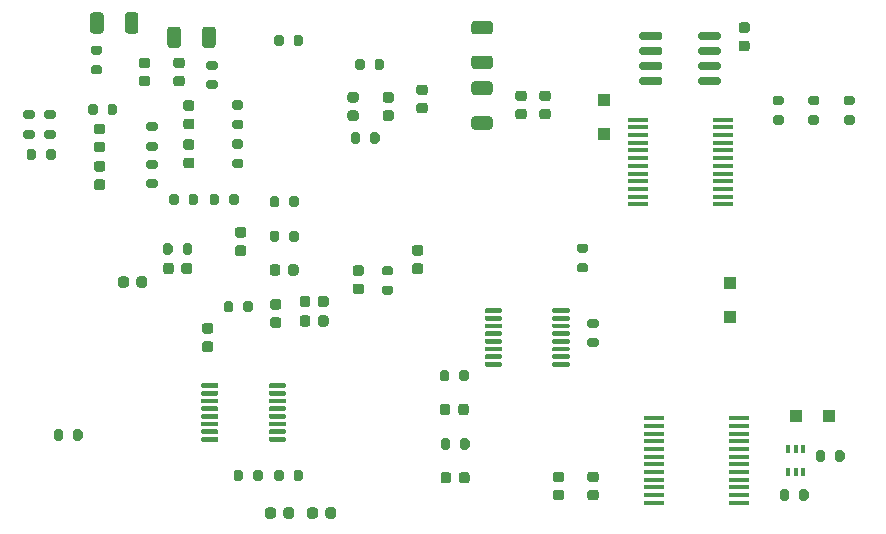
<source format=gbp>
G04 #@! TF.GenerationSoftware,KiCad,Pcbnew,(5.1.9-0-10_14)*
G04 #@! TF.CreationDate,2021-07-02T21:32:49-05:00*
G04 #@! TF.ProjectId,bath_clamp_v1,62617468-5f63-46c6-916d-705f76312e6b,rev?*
G04 #@! TF.SameCoordinates,Original*
G04 #@! TF.FileFunction,Paste,Bot*
G04 #@! TF.FilePolarity,Positive*
%FSLAX46Y46*%
G04 Gerber Fmt 4.6, Leading zero omitted, Abs format (unit mm)*
G04 Created by KiCad (PCBNEW (5.1.9-0-10_14)) date 2021-07-02 21:32:49*
%MOMM*%
%LPD*%
G01*
G04 APERTURE LIST*
%ADD10R,1.100000X1.100000*%
%ADD11R,0.400000X0.650000*%
%ADD12R,1.750000X0.450000*%
G04 APERTURE END LIST*
G36*
G01*
X64151700Y42778800D02*
X64651700Y42778800D01*
G75*
G02*
X64876700Y42553800I0J-225000D01*
G01*
X64876700Y42103800D01*
G75*
G02*
X64651700Y41878800I-225000J0D01*
G01*
X64151700Y41878800D01*
G75*
G02*
X63926700Y42103800I0J225000D01*
G01*
X63926700Y42553800D01*
G75*
G02*
X64151700Y42778800I225000J0D01*
G01*
G37*
G36*
G01*
X64151700Y44328800D02*
X64651700Y44328800D01*
G75*
G02*
X64876700Y44103800I0J-225000D01*
G01*
X64876700Y43653800D01*
G75*
G02*
X64651700Y43428800I-225000J0D01*
G01*
X64151700Y43428800D01*
G75*
G02*
X63926700Y43653800I0J225000D01*
G01*
X63926700Y44103800D01*
G75*
G02*
X64151700Y44328800I225000J0D01*
G01*
G37*
G36*
G01*
X19629800Y40290300D02*
X19079800Y40290300D01*
G75*
G02*
X18879800Y40490300I0J200000D01*
G01*
X18879800Y40890300D01*
G75*
G02*
X19079800Y41090300I200000J0D01*
G01*
X19629800Y41090300D01*
G75*
G02*
X19829800Y40890300I0J-200000D01*
G01*
X19829800Y40490300D01*
G75*
G02*
X19629800Y40290300I-200000J0D01*
G01*
G37*
G36*
G01*
X19629800Y38640300D02*
X19079800Y38640300D01*
G75*
G02*
X18879800Y38840300I0J200000D01*
G01*
X18879800Y39240300D01*
G75*
G02*
X19079800Y39440300I200000J0D01*
G01*
X19629800Y39440300D01*
G75*
G02*
X19829800Y39240300I0J-200000D01*
G01*
X19829800Y38840300D01*
G75*
G02*
X19629800Y38640300I-200000J0D01*
G01*
G37*
G36*
G01*
X16714900Y43715701D02*
X16714900Y42415699D01*
G75*
G02*
X16464901Y42165700I-249999J0D01*
G01*
X15814899Y42165700D01*
G75*
G02*
X15564900Y42415699I0J249999D01*
G01*
X15564900Y43715701D01*
G75*
G02*
X15814899Y43965700I249999J0D01*
G01*
X16464901Y43965700D01*
G75*
G02*
X16714900Y43715701I0J-249999D01*
G01*
G37*
G36*
G01*
X19664900Y43715701D02*
X19664900Y42415699D01*
G75*
G02*
X19414901Y42165700I-249999J0D01*
G01*
X18764899Y42165700D01*
G75*
G02*
X18514900Y42415699I0J249999D01*
G01*
X18514900Y43715701D01*
G75*
G02*
X18764899Y43965700I249999J0D01*
G01*
X19414901Y43965700D01*
G75*
G02*
X19664900Y43715701I0J-249999D01*
G01*
G37*
G36*
G01*
X10174400Y44922201D02*
X10174400Y43622199D01*
G75*
G02*
X9924401Y43372200I-249999J0D01*
G01*
X9274399Y43372200D01*
G75*
G02*
X9024400Y43622199I0J249999D01*
G01*
X9024400Y44922201D01*
G75*
G02*
X9274399Y45172200I249999J0D01*
G01*
X9924401Y45172200D01*
G75*
G02*
X10174400Y44922201I0J-249999D01*
G01*
G37*
G36*
G01*
X13124400Y44922201D02*
X13124400Y43622199D01*
G75*
G02*
X12874401Y43372200I-249999J0D01*
G01*
X12224399Y43372200D01*
G75*
G02*
X11974400Y43622199I0J249999D01*
G01*
X11974400Y44922201D01*
G75*
G02*
X12224399Y45172200I249999J0D01*
G01*
X12874401Y45172200D01*
G75*
G02*
X13124400Y44922201I0J-249999D01*
G01*
G37*
G36*
G01*
X48149800Y15265300D02*
X48149800Y15465300D01*
G75*
G02*
X48249800Y15565300I100000J0D01*
G01*
X49524800Y15565300D01*
G75*
G02*
X49624800Y15465300I0J-100000D01*
G01*
X49624800Y15265300D01*
G75*
G02*
X49524800Y15165300I-100000J0D01*
G01*
X48249800Y15165300D01*
G75*
G02*
X48149800Y15265300I0J100000D01*
G01*
G37*
G36*
G01*
X48149800Y15915300D02*
X48149800Y16115300D01*
G75*
G02*
X48249800Y16215300I100000J0D01*
G01*
X49524800Y16215300D01*
G75*
G02*
X49624800Y16115300I0J-100000D01*
G01*
X49624800Y15915300D01*
G75*
G02*
X49524800Y15815300I-100000J0D01*
G01*
X48249800Y15815300D01*
G75*
G02*
X48149800Y15915300I0J100000D01*
G01*
G37*
G36*
G01*
X48149800Y16565300D02*
X48149800Y16765300D01*
G75*
G02*
X48249800Y16865300I100000J0D01*
G01*
X49524800Y16865300D01*
G75*
G02*
X49624800Y16765300I0J-100000D01*
G01*
X49624800Y16565300D01*
G75*
G02*
X49524800Y16465300I-100000J0D01*
G01*
X48249800Y16465300D01*
G75*
G02*
X48149800Y16565300I0J100000D01*
G01*
G37*
G36*
G01*
X48149800Y17215300D02*
X48149800Y17415300D01*
G75*
G02*
X48249800Y17515300I100000J0D01*
G01*
X49524800Y17515300D01*
G75*
G02*
X49624800Y17415300I0J-100000D01*
G01*
X49624800Y17215300D01*
G75*
G02*
X49524800Y17115300I-100000J0D01*
G01*
X48249800Y17115300D01*
G75*
G02*
X48149800Y17215300I0J100000D01*
G01*
G37*
G36*
G01*
X48149800Y17865300D02*
X48149800Y18065300D01*
G75*
G02*
X48249800Y18165300I100000J0D01*
G01*
X49524800Y18165300D01*
G75*
G02*
X49624800Y18065300I0J-100000D01*
G01*
X49624800Y17865300D01*
G75*
G02*
X49524800Y17765300I-100000J0D01*
G01*
X48249800Y17765300D01*
G75*
G02*
X48149800Y17865300I0J100000D01*
G01*
G37*
G36*
G01*
X48149800Y18515300D02*
X48149800Y18715300D01*
G75*
G02*
X48249800Y18815300I100000J0D01*
G01*
X49524800Y18815300D01*
G75*
G02*
X49624800Y18715300I0J-100000D01*
G01*
X49624800Y18515300D01*
G75*
G02*
X49524800Y18415300I-100000J0D01*
G01*
X48249800Y18415300D01*
G75*
G02*
X48149800Y18515300I0J100000D01*
G01*
G37*
G36*
G01*
X48149800Y19165300D02*
X48149800Y19365300D01*
G75*
G02*
X48249800Y19465300I100000J0D01*
G01*
X49524800Y19465300D01*
G75*
G02*
X49624800Y19365300I0J-100000D01*
G01*
X49624800Y19165300D01*
G75*
G02*
X49524800Y19065300I-100000J0D01*
G01*
X48249800Y19065300D01*
G75*
G02*
X48149800Y19165300I0J100000D01*
G01*
G37*
G36*
G01*
X48149800Y19815300D02*
X48149800Y20015300D01*
G75*
G02*
X48249800Y20115300I100000J0D01*
G01*
X49524800Y20115300D01*
G75*
G02*
X49624800Y20015300I0J-100000D01*
G01*
X49624800Y19815300D01*
G75*
G02*
X49524800Y19715300I-100000J0D01*
G01*
X48249800Y19715300D01*
G75*
G02*
X48149800Y19815300I0J100000D01*
G01*
G37*
G36*
G01*
X42424800Y19815300D02*
X42424800Y20015300D01*
G75*
G02*
X42524800Y20115300I100000J0D01*
G01*
X43799800Y20115300D01*
G75*
G02*
X43899800Y20015300I0J-100000D01*
G01*
X43899800Y19815300D01*
G75*
G02*
X43799800Y19715300I-100000J0D01*
G01*
X42524800Y19715300D01*
G75*
G02*
X42424800Y19815300I0J100000D01*
G01*
G37*
G36*
G01*
X42424800Y19165300D02*
X42424800Y19365300D01*
G75*
G02*
X42524800Y19465300I100000J0D01*
G01*
X43799800Y19465300D01*
G75*
G02*
X43899800Y19365300I0J-100000D01*
G01*
X43899800Y19165300D01*
G75*
G02*
X43799800Y19065300I-100000J0D01*
G01*
X42524800Y19065300D01*
G75*
G02*
X42424800Y19165300I0J100000D01*
G01*
G37*
G36*
G01*
X42424800Y18515300D02*
X42424800Y18715300D01*
G75*
G02*
X42524800Y18815300I100000J0D01*
G01*
X43799800Y18815300D01*
G75*
G02*
X43899800Y18715300I0J-100000D01*
G01*
X43899800Y18515300D01*
G75*
G02*
X43799800Y18415300I-100000J0D01*
G01*
X42524800Y18415300D01*
G75*
G02*
X42424800Y18515300I0J100000D01*
G01*
G37*
G36*
G01*
X42424800Y17865300D02*
X42424800Y18065300D01*
G75*
G02*
X42524800Y18165300I100000J0D01*
G01*
X43799800Y18165300D01*
G75*
G02*
X43899800Y18065300I0J-100000D01*
G01*
X43899800Y17865300D01*
G75*
G02*
X43799800Y17765300I-100000J0D01*
G01*
X42524800Y17765300D01*
G75*
G02*
X42424800Y17865300I0J100000D01*
G01*
G37*
G36*
G01*
X42424800Y17215300D02*
X42424800Y17415300D01*
G75*
G02*
X42524800Y17515300I100000J0D01*
G01*
X43799800Y17515300D01*
G75*
G02*
X43899800Y17415300I0J-100000D01*
G01*
X43899800Y17215300D01*
G75*
G02*
X43799800Y17115300I-100000J0D01*
G01*
X42524800Y17115300D01*
G75*
G02*
X42424800Y17215300I0J100000D01*
G01*
G37*
G36*
G01*
X42424800Y16565300D02*
X42424800Y16765300D01*
G75*
G02*
X42524800Y16865300I100000J0D01*
G01*
X43799800Y16865300D01*
G75*
G02*
X43899800Y16765300I0J-100000D01*
G01*
X43899800Y16565300D01*
G75*
G02*
X43799800Y16465300I-100000J0D01*
G01*
X42524800Y16465300D01*
G75*
G02*
X42424800Y16565300I0J100000D01*
G01*
G37*
G36*
G01*
X42424800Y15915300D02*
X42424800Y16115300D01*
G75*
G02*
X42524800Y16215300I100000J0D01*
G01*
X43799800Y16215300D01*
G75*
G02*
X43899800Y16115300I0J-100000D01*
G01*
X43899800Y15915300D01*
G75*
G02*
X43799800Y15815300I-100000J0D01*
G01*
X42524800Y15815300D01*
G75*
G02*
X42424800Y15915300I0J100000D01*
G01*
G37*
G36*
G01*
X42424800Y15265300D02*
X42424800Y15465300D01*
G75*
G02*
X42524800Y15565300I100000J0D01*
G01*
X43799800Y15565300D01*
G75*
G02*
X43899800Y15465300I0J-100000D01*
G01*
X43899800Y15265300D01*
G75*
G02*
X43799800Y15165300I-100000J0D01*
G01*
X42524800Y15165300D01*
G75*
G02*
X42424800Y15265300I0J100000D01*
G01*
G37*
G36*
G01*
X34488800Y22891300D02*
X33938800Y22891300D01*
G75*
G02*
X33738800Y23091300I0J200000D01*
G01*
X33738800Y23491300D01*
G75*
G02*
X33938800Y23691300I200000J0D01*
G01*
X34488800Y23691300D01*
G75*
G02*
X34688800Y23491300I0J-200000D01*
G01*
X34688800Y23091300D01*
G75*
G02*
X34488800Y22891300I-200000J0D01*
G01*
G37*
G36*
G01*
X34488800Y21241300D02*
X33938800Y21241300D01*
G75*
G02*
X33738800Y21441300I0J200000D01*
G01*
X33738800Y21841300D01*
G75*
G02*
X33938800Y22041300I200000J0D01*
G01*
X34488800Y22041300D01*
G75*
G02*
X34688800Y21841300I0J-200000D01*
G01*
X34688800Y21441300D01*
G75*
G02*
X34488800Y21241300I-200000J0D01*
G01*
G37*
G36*
G01*
X50998800Y24796300D02*
X50448800Y24796300D01*
G75*
G02*
X50248800Y24996300I0J200000D01*
G01*
X50248800Y25396300D01*
G75*
G02*
X50448800Y25596300I200000J0D01*
G01*
X50998800Y25596300D01*
G75*
G02*
X51198800Y25396300I0J-200000D01*
G01*
X51198800Y24996300D01*
G75*
G02*
X50998800Y24796300I-200000J0D01*
G01*
G37*
G36*
G01*
X50998800Y23146300D02*
X50448800Y23146300D01*
G75*
G02*
X50248800Y23346300I0J200000D01*
G01*
X50248800Y23746300D01*
G75*
G02*
X50448800Y23946300I200000J0D01*
G01*
X50998800Y23946300D01*
G75*
G02*
X51198800Y23746300I0J-200000D01*
G01*
X51198800Y23346300D01*
G75*
G02*
X50998800Y23146300I-200000J0D01*
G01*
G37*
G36*
G01*
X21152300Y20518800D02*
X21152300Y19968800D01*
G75*
G02*
X20952300Y19768800I-200000J0D01*
G01*
X20552300Y19768800D01*
G75*
G02*
X20352300Y19968800I0J200000D01*
G01*
X20352300Y20518800D01*
G75*
G02*
X20552300Y20718800I200000J0D01*
G01*
X20952300Y20718800D01*
G75*
G02*
X21152300Y20518800I0J-200000D01*
G01*
G37*
G36*
G01*
X22802300Y20518800D02*
X22802300Y19968800D01*
G75*
G02*
X22602300Y19768800I-200000J0D01*
G01*
X22202300Y19768800D01*
G75*
G02*
X22002300Y19968800I0J200000D01*
G01*
X22002300Y20518800D01*
G75*
G02*
X22202300Y20718800I200000J0D01*
G01*
X22602300Y20718800D01*
G75*
G02*
X22802300Y20518800I0J-200000D01*
G01*
G37*
G36*
G01*
X25875800Y25937800D02*
X25875800Y26487800D01*
G75*
G02*
X26075800Y26687800I200000J0D01*
G01*
X26475800Y26687800D01*
G75*
G02*
X26675800Y26487800I0J-200000D01*
G01*
X26675800Y25937800D01*
G75*
G02*
X26475800Y25737800I-200000J0D01*
G01*
X26075800Y25737800D01*
G75*
G02*
X25875800Y25937800I0J200000D01*
G01*
G37*
G36*
G01*
X24225800Y25937800D02*
X24225800Y26487800D01*
G75*
G02*
X24425800Y26687800I200000J0D01*
G01*
X24825800Y26687800D01*
G75*
G02*
X25025800Y26487800I0J-200000D01*
G01*
X25025800Y25937800D01*
G75*
G02*
X24825800Y25737800I-200000J0D01*
G01*
X24425800Y25737800D01*
G75*
G02*
X24225800Y25937800I0J200000D01*
G01*
G37*
G36*
G01*
X17366800Y29049300D02*
X17366800Y29599300D01*
G75*
G02*
X17566800Y29799300I200000J0D01*
G01*
X17966800Y29799300D01*
G75*
G02*
X18166800Y29599300I0J-200000D01*
G01*
X18166800Y29049300D01*
G75*
G02*
X17966800Y28849300I-200000J0D01*
G01*
X17566800Y28849300D01*
G75*
G02*
X17366800Y29049300I0J200000D01*
G01*
G37*
G36*
G01*
X15716800Y29049300D02*
X15716800Y29599300D01*
G75*
G02*
X15916800Y29799300I200000J0D01*
G01*
X16316800Y29799300D01*
G75*
G02*
X16516800Y29599300I0J-200000D01*
G01*
X16516800Y29049300D01*
G75*
G02*
X16316800Y28849300I-200000J0D01*
G01*
X15916800Y28849300D01*
G75*
G02*
X15716800Y29049300I0J200000D01*
G01*
G37*
G36*
G01*
X71253800Y7882300D02*
X71253800Y7332300D01*
G75*
G02*
X71053800Y7132300I-200000J0D01*
G01*
X70653800Y7132300D01*
G75*
G02*
X70453800Y7332300I0J200000D01*
G01*
X70453800Y7882300D01*
G75*
G02*
X70653800Y8082300I200000J0D01*
G01*
X71053800Y8082300D01*
G75*
G02*
X71253800Y7882300I0J-200000D01*
G01*
G37*
G36*
G01*
X72903800Y7882300D02*
X72903800Y7332300D01*
G75*
G02*
X72703800Y7132300I-200000J0D01*
G01*
X72303800Y7132300D01*
G75*
G02*
X72103800Y7332300I0J200000D01*
G01*
X72103800Y7882300D01*
G75*
G02*
X72303800Y8082300I200000J0D01*
G01*
X72703800Y8082300D01*
G75*
G02*
X72903800Y7882300I0J-200000D01*
G01*
G37*
D10*
X52501800Y34909300D03*
X52501800Y37709300D03*
X63169800Y19415300D03*
X63169800Y22215300D03*
X68757800Y11036300D03*
X71557800Y11036300D03*
G36*
G01*
X7587800Y9110300D02*
X7587800Y9660300D01*
G75*
G02*
X7787800Y9860300I200000J0D01*
G01*
X8187800Y9860300D01*
G75*
G02*
X8387800Y9660300I0J-200000D01*
G01*
X8387800Y9110300D01*
G75*
G02*
X8187800Y8910300I-200000J0D01*
G01*
X7787800Y8910300D01*
G75*
G02*
X7587800Y9110300I0J200000D01*
G01*
G37*
G36*
G01*
X5937800Y9110300D02*
X5937800Y9660300D01*
G75*
G02*
X6137800Y9860300I200000J0D01*
G01*
X6537800Y9860300D01*
G75*
G02*
X6737800Y9660300I0J-200000D01*
G01*
X6737800Y9110300D01*
G75*
G02*
X6537800Y8910300I-200000J0D01*
G01*
X6137800Y8910300D01*
G75*
G02*
X5937800Y9110300I0J200000D01*
G01*
G37*
G36*
G01*
X26256800Y42511300D02*
X26256800Y43061300D01*
G75*
G02*
X26456800Y43261300I200000J0D01*
G01*
X26856800Y43261300D01*
G75*
G02*
X27056800Y43061300I0J-200000D01*
G01*
X27056800Y42511300D01*
G75*
G02*
X26856800Y42311300I-200000J0D01*
G01*
X26456800Y42311300D01*
G75*
G02*
X26256800Y42511300I0J200000D01*
G01*
G37*
G36*
G01*
X24606800Y42511300D02*
X24606800Y43061300D01*
G75*
G02*
X24806800Y43261300I200000J0D01*
G01*
X25206800Y43261300D01*
G75*
G02*
X25406800Y43061300I0J-200000D01*
G01*
X25406800Y42511300D01*
G75*
G02*
X25206800Y42311300I-200000J0D01*
G01*
X24806800Y42311300D01*
G75*
G02*
X24606800Y42511300I0J200000D01*
G01*
G37*
G36*
G01*
X20795800Y29049300D02*
X20795800Y29599300D01*
G75*
G02*
X20995800Y29799300I200000J0D01*
G01*
X21395800Y29799300D01*
G75*
G02*
X21595800Y29599300I0J-200000D01*
G01*
X21595800Y29049300D01*
G75*
G02*
X21395800Y28849300I-200000J0D01*
G01*
X20995800Y28849300D01*
G75*
G02*
X20795800Y29049300I0J200000D01*
G01*
G37*
G36*
G01*
X19145800Y29049300D02*
X19145800Y29599300D01*
G75*
G02*
X19345800Y29799300I200000J0D01*
G01*
X19745800Y29799300D01*
G75*
G02*
X19945800Y29599300I0J-200000D01*
G01*
X19945800Y29049300D01*
G75*
G02*
X19745800Y28849300I-200000J0D01*
G01*
X19345800Y28849300D01*
G75*
G02*
X19145800Y29049300I0J200000D01*
G01*
G37*
G36*
G01*
X25875800Y28858800D02*
X25875800Y29408800D01*
G75*
G02*
X26075800Y29608800I200000J0D01*
G01*
X26475800Y29608800D01*
G75*
G02*
X26675800Y29408800I0J-200000D01*
G01*
X26675800Y28858800D01*
G75*
G02*
X26475800Y28658800I-200000J0D01*
G01*
X26075800Y28658800D01*
G75*
G02*
X25875800Y28858800I0J200000D01*
G01*
G37*
G36*
G01*
X24225800Y28858800D02*
X24225800Y29408800D01*
G75*
G02*
X24425800Y29608800I200000J0D01*
G01*
X24825800Y29608800D01*
G75*
G02*
X25025800Y29408800I0J-200000D01*
G01*
X25025800Y28858800D01*
G75*
G02*
X24825800Y28658800I-200000J0D01*
G01*
X24425800Y28658800D01*
G75*
G02*
X24225800Y28858800I0J200000D01*
G01*
G37*
G36*
G01*
X40353800Y8348300D02*
X40353800Y8898300D01*
G75*
G02*
X40553800Y9098300I200000J0D01*
G01*
X40953800Y9098300D01*
G75*
G02*
X41153800Y8898300I0J-200000D01*
G01*
X41153800Y8348300D01*
G75*
G02*
X40953800Y8148300I-200000J0D01*
G01*
X40553800Y8148300D01*
G75*
G02*
X40353800Y8348300I0J200000D01*
G01*
G37*
G36*
G01*
X38703800Y8348300D02*
X38703800Y8898300D01*
G75*
G02*
X38903800Y9098300I200000J0D01*
G01*
X39303800Y9098300D01*
G75*
G02*
X39503800Y8898300I0J-200000D01*
G01*
X39503800Y8348300D01*
G75*
G02*
X39303800Y8148300I-200000J0D01*
G01*
X38903800Y8148300D01*
G75*
G02*
X38703800Y8348300I0J200000D01*
G01*
G37*
G36*
G01*
X68205800Y4580300D02*
X68205800Y4030300D01*
G75*
G02*
X68005800Y3830300I-200000J0D01*
G01*
X67605800Y3830300D01*
G75*
G02*
X67405800Y4030300I0J200000D01*
G01*
X67405800Y4580300D01*
G75*
G02*
X67605800Y4780300I200000J0D01*
G01*
X68005800Y4780300D01*
G75*
G02*
X68205800Y4580300I0J-200000D01*
G01*
G37*
G36*
G01*
X69855800Y4580300D02*
X69855800Y4030300D01*
G75*
G02*
X69655800Y3830300I-200000J0D01*
G01*
X69255800Y3830300D01*
G75*
G02*
X69055800Y4030300I0J200000D01*
G01*
X69055800Y4580300D01*
G75*
G02*
X69255800Y4780300I200000J0D01*
G01*
X69655800Y4780300D01*
G75*
G02*
X69855800Y4580300I0J-200000D01*
G01*
G37*
G36*
G01*
X22827800Y5681300D02*
X22827800Y6231300D01*
G75*
G02*
X23027800Y6431300I200000J0D01*
G01*
X23427800Y6431300D01*
G75*
G02*
X23627800Y6231300I0J-200000D01*
G01*
X23627800Y5681300D01*
G75*
G02*
X23427800Y5481300I-200000J0D01*
G01*
X23027800Y5481300D01*
G75*
G02*
X22827800Y5681300I0J200000D01*
G01*
G37*
G36*
G01*
X21177800Y5681300D02*
X21177800Y6231300D01*
G75*
G02*
X21377800Y6431300I200000J0D01*
G01*
X21777800Y6431300D01*
G75*
G02*
X21977800Y6231300I0J-200000D01*
G01*
X21977800Y5681300D01*
G75*
G02*
X21777800Y5481300I-200000J0D01*
G01*
X21377800Y5481300D01*
G75*
G02*
X21177800Y5681300I0J200000D01*
G01*
G37*
G36*
G01*
X51887800Y18446300D02*
X51337800Y18446300D01*
G75*
G02*
X51137800Y18646300I0J200000D01*
G01*
X51137800Y19046300D01*
G75*
G02*
X51337800Y19246300I200000J0D01*
G01*
X51887800Y19246300D01*
G75*
G02*
X52087800Y19046300I0J-200000D01*
G01*
X52087800Y18646300D01*
G75*
G02*
X51887800Y18446300I-200000J0D01*
G01*
G37*
G36*
G01*
X51887800Y16796300D02*
X51337800Y16796300D01*
G75*
G02*
X51137800Y16996300I0J200000D01*
G01*
X51137800Y17396300D01*
G75*
G02*
X51337800Y17596300I200000J0D01*
G01*
X51887800Y17596300D01*
G75*
G02*
X52087800Y17396300I0J-200000D01*
G01*
X52087800Y16996300D01*
G75*
G02*
X51887800Y16796300I-200000J0D01*
G01*
G37*
G36*
G01*
X25406800Y6231300D02*
X25406800Y5681300D01*
G75*
G02*
X25206800Y5481300I-200000J0D01*
G01*
X24806800Y5481300D01*
G75*
G02*
X24606800Y5681300I0J200000D01*
G01*
X24606800Y6231300D01*
G75*
G02*
X24806800Y6431300I200000J0D01*
G01*
X25206800Y6431300D01*
G75*
G02*
X25406800Y6231300I0J-200000D01*
G01*
G37*
G36*
G01*
X27056800Y6231300D02*
X27056800Y5681300D01*
G75*
G02*
X26856800Y5481300I-200000J0D01*
G01*
X26456800Y5481300D01*
G75*
G02*
X26256800Y5681300I0J200000D01*
G01*
X26256800Y6231300D01*
G75*
G02*
X26456800Y6431300I200000J0D01*
G01*
X26856800Y6431300D01*
G75*
G02*
X27056800Y6231300I0J-200000D01*
G01*
G37*
G36*
G01*
X40296300Y14130800D02*
X40296300Y14680800D01*
G75*
G02*
X40496300Y14880800I200000J0D01*
G01*
X40896300Y14880800D01*
G75*
G02*
X41096300Y14680800I0J-200000D01*
G01*
X41096300Y14130800D01*
G75*
G02*
X40896300Y13930800I-200000J0D01*
G01*
X40496300Y13930800D01*
G75*
G02*
X40296300Y14130800I0J200000D01*
G01*
G37*
G36*
G01*
X38646300Y14130800D02*
X38646300Y14680800D01*
G75*
G02*
X38846300Y14880800I200000J0D01*
G01*
X39246300Y14880800D01*
G75*
G02*
X39446300Y14680800I0J-200000D01*
G01*
X39446300Y14130800D01*
G75*
G02*
X39246300Y13930800I-200000J0D01*
G01*
X38846300Y13930800D01*
G75*
G02*
X38646300Y14130800I0J200000D01*
G01*
G37*
G36*
G01*
X9658800Y37219300D02*
X9658800Y36669300D01*
G75*
G02*
X9458800Y36469300I-200000J0D01*
G01*
X9058800Y36469300D01*
G75*
G02*
X8858800Y36669300I0J200000D01*
G01*
X8858800Y37219300D01*
G75*
G02*
X9058800Y37419300I200000J0D01*
G01*
X9458800Y37419300D01*
G75*
G02*
X9658800Y37219300I0J-200000D01*
G01*
G37*
G36*
G01*
X11308800Y37219300D02*
X11308800Y36669300D01*
G75*
G02*
X11108800Y36469300I-200000J0D01*
G01*
X10708800Y36469300D01*
G75*
G02*
X10508800Y36669300I0J200000D01*
G01*
X10508800Y37219300D01*
G75*
G02*
X10708800Y37419300I200000J0D01*
G01*
X11108800Y37419300D01*
G75*
G02*
X11308800Y37219300I0J-200000D01*
G01*
G37*
G36*
G01*
X9850800Y41560300D02*
X9300800Y41560300D01*
G75*
G02*
X9100800Y41760300I0J200000D01*
G01*
X9100800Y42160300D01*
G75*
G02*
X9300800Y42360300I200000J0D01*
G01*
X9850800Y42360300D01*
G75*
G02*
X10050800Y42160300I0J-200000D01*
G01*
X10050800Y41760300D01*
G75*
G02*
X9850800Y41560300I-200000J0D01*
G01*
G37*
G36*
G01*
X9850800Y39910300D02*
X9300800Y39910300D01*
G75*
G02*
X9100800Y40110300I0J200000D01*
G01*
X9100800Y40510300D01*
G75*
G02*
X9300800Y40710300I200000J0D01*
G01*
X9850800Y40710300D01*
G75*
G02*
X10050800Y40510300I0J-200000D01*
G01*
X10050800Y40110300D01*
G75*
G02*
X9850800Y39910300I-200000J0D01*
G01*
G37*
D11*
X68107800Y6276300D03*
X69407800Y6276300D03*
X68757800Y8176300D03*
X68757800Y6276300D03*
X69407800Y8176300D03*
X68107800Y8176300D03*
G36*
G01*
X10079800Y31681300D02*
X9579800Y31681300D01*
G75*
G02*
X9354800Y31906300I0J225000D01*
G01*
X9354800Y32356300D01*
G75*
G02*
X9579800Y32581300I225000J0D01*
G01*
X10079800Y32581300D01*
G75*
G02*
X10304800Y32356300I0J-225000D01*
G01*
X10304800Y31906300D01*
G75*
G02*
X10079800Y31681300I-225000J0D01*
G01*
G37*
G36*
G01*
X10079800Y30131300D02*
X9579800Y30131300D01*
G75*
G02*
X9354800Y30356300I0J225000D01*
G01*
X9354800Y30806300D01*
G75*
G02*
X9579800Y31031300I225000J0D01*
G01*
X10079800Y31031300D01*
G75*
G02*
X10304800Y30806300I0J-225000D01*
G01*
X10304800Y30356300D01*
G75*
G02*
X10079800Y30131300I-225000J0D01*
G01*
G37*
G36*
G01*
X25125800Y23605300D02*
X25125800Y23105300D01*
G75*
G02*
X24900800Y22880300I-225000J0D01*
G01*
X24450800Y22880300D01*
G75*
G02*
X24225800Y23105300I0J225000D01*
G01*
X24225800Y23605300D01*
G75*
G02*
X24450800Y23830300I225000J0D01*
G01*
X24900800Y23830300D01*
G75*
G02*
X25125800Y23605300I0J-225000D01*
G01*
G37*
G36*
G01*
X26675800Y23605300D02*
X26675800Y23105300D01*
G75*
G02*
X26450800Y22880300I-225000J0D01*
G01*
X26000800Y22880300D01*
G75*
G02*
X25775800Y23105300I0J225000D01*
G01*
X25775800Y23605300D01*
G75*
G02*
X26000800Y23830300I225000J0D01*
G01*
X26450800Y23830300D01*
G75*
G02*
X26675800Y23605300I0J-225000D01*
G01*
G37*
G36*
G01*
X24146800Y8915300D02*
X24146800Y9115300D01*
G75*
G02*
X24246800Y9215300I100000J0D01*
G01*
X25521800Y9215300D01*
G75*
G02*
X25621800Y9115300I0J-100000D01*
G01*
X25621800Y8915300D01*
G75*
G02*
X25521800Y8815300I-100000J0D01*
G01*
X24246800Y8815300D01*
G75*
G02*
X24146800Y8915300I0J100000D01*
G01*
G37*
G36*
G01*
X24146800Y9565300D02*
X24146800Y9765300D01*
G75*
G02*
X24246800Y9865300I100000J0D01*
G01*
X25521800Y9865300D01*
G75*
G02*
X25621800Y9765300I0J-100000D01*
G01*
X25621800Y9565300D01*
G75*
G02*
X25521800Y9465300I-100000J0D01*
G01*
X24246800Y9465300D01*
G75*
G02*
X24146800Y9565300I0J100000D01*
G01*
G37*
G36*
G01*
X24146800Y10215300D02*
X24146800Y10415300D01*
G75*
G02*
X24246800Y10515300I100000J0D01*
G01*
X25521800Y10515300D01*
G75*
G02*
X25621800Y10415300I0J-100000D01*
G01*
X25621800Y10215300D01*
G75*
G02*
X25521800Y10115300I-100000J0D01*
G01*
X24246800Y10115300D01*
G75*
G02*
X24146800Y10215300I0J100000D01*
G01*
G37*
G36*
G01*
X24146800Y10865300D02*
X24146800Y11065300D01*
G75*
G02*
X24246800Y11165300I100000J0D01*
G01*
X25521800Y11165300D01*
G75*
G02*
X25621800Y11065300I0J-100000D01*
G01*
X25621800Y10865300D01*
G75*
G02*
X25521800Y10765300I-100000J0D01*
G01*
X24246800Y10765300D01*
G75*
G02*
X24146800Y10865300I0J100000D01*
G01*
G37*
G36*
G01*
X24146800Y11515300D02*
X24146800Y11715300D01*
G75*
G02*
X24246800Y11815300I100000J0D01*
G01*
X25521800Y11815300D01*
G75*
G02*
X25621800Y11715300I0J-100000D01*
G01*
X25621800Y11515300D01*
G75*
G02*
X25521800Y11415300I-100000J0D01*
G01*
X24246800Y11415300D01*
G75*
G02*
X24146800Y11515300I0J100000D01*
G01*
G37*
G36*
G01*
X24146800Y12165300D02*
X24146800Y12365300D01*
G75*
G02*
X24246800Y12465300I100000J0D01*
G01*
X25521800Y12465300D01*
G75*
G02*
X25621800Y12365300I0J-100000D01*
G01*
X25621800Y12165300D01*
G75*
G02*
X25521800Y12065300I-100000J0D01*
G01*
X24246800Y12065300D01*
G75*
G02*
X24146800Y12165300I0J100000D01*
G01*
G37*
G36*
G01*
X24146800Y12815300D02*
X24146800Y13015300D01*
G75*
G02*
X24246800Y13115300I100000J0D01*
G01*
X25521800Y13115300D01*
G75*
G02*
X25621800Y13015300I0J-100000D01*
G01*
X25621800Y12815300D01*
G75*
G02*
X25521800Y12715300I-100000J0D01*
G01*
X24246800Y12715300D01*
G75*
G02*
X24146800Y12815300I0J100000D01*
G01*
G37*
G36*
G01*
X24146800Y13465300D02*
X24146800Y13665300D01*
G75*
G02*
X24246800Y13765300I100000J0D01*
G01*
X25521800Y13765300D01*
G75*
G02*
X25621800Y13665300I0J-100000D01*
G01*
X25621800Y13465300D01*
G75*
G02*
X25521800Y13365300I-100000J0D01*
G01*
X24246800Y13365300D01*
G75*
G02*
X24146800Y13465300I0J100000D01*
G01*
G37*
G36*
G01*
X18421800Y13465300D02*
X18421800Y13665300D01*
G75*
G02*
X18521800Y13765300I100000J0D01*
G01*
X19796800Y13765300D01*
G75*
G02*
X19896800Y13665300I0J-100000D01*
G01*
X19896800Y13465300D01*
G75*
G02*
X19796800Y13365300I-100000J0D01*
G01*
X18521800Y13365300D01*
G75*
G02*
X18421800Y13465300I0J100000D01*
G01*
G37*
G36*
G01*
X18421800Y12815300D02*
X18421800Y13015300D01*
G75*
G02*
X18521800Y13115300I100000J0D01*
G01*
X19796800Y13115300D01*
G75*
G02*
X19896800Y13015300I0J-100000D01*
G01*
X19896800Y12815300D01*
G75*
G02*
X19796800Y12715300I-100000J0D01*
G01*
X18521800Y12715300D01*
G75*
G02*
X18421800Y12815300I0J100000D01*
G01*
G37*
G36*
G01*
X18421800Y12165300D02*
X18421800Y12365300D01*
G75*
G02*
X18521800Y12465300I100000J0D01*
G01*
X19796800Y12465300D01*
G75*
G02*
X19896800Y12365300I0J-100000D01*
G01*
X19896800Y12165300D01*
G75*
G02*
X19796800Y12065300I-100000J0D01*
G01*
X18521800Y12065300D01*
G75*
G02*
X18421800Y12165300I0J100000D01*
G01*
G37*
G36*
G01*
X18421800Y11515300D02*
X18421800Y11715300D01*
G75*
G02*
X18521800Y11815300I100000J0D01*
G01*
X19796800Y11815300D01*
G75*
G02*
X19896800Y11715300I0J-100000D01*
G01*
X19896800Y11515300D01*
G75*
G02*
X19796800Y11415300I-100000J0D01*
G01*
X18521800Y11415300D01*
G75*
G02*
X18421800Y11515300I0J100000D01*
G01*
G37*
G36*
G01*
X18421800Y10865300D02*
X18421800Y11065300D01*
G75*
G02*
X18521800Y11165300I100000J0D01*
G01*
X19796800Y11165300D01*
G75*
G02*
X19896800Y11065300I0J-100000D01*
G01*
X19896800Y10865300D01*
G75*
G02*
X19796800Y10765300I-100000J0D01*
G01*
X18521800Y10765300D01*
G75*
G02*
X18421800Y10865300I0J100000D01*
G01*
G37*
G36*
G01*
X18421800Y10215300D02*
X18421800Y10415300D01*
G75*
G02*
X18521800Y10515300I100000J0D01*
G01*
X19796800Y10515300D01*
G75*
G02*
X19896800Y10415300I0J-100000D01*
G01*
X19896800Y10215300D01*
G75*
G02*
X19796800Y10115300I-100000J0D01*
G01*
X18521800Y10115300D01*
G75*
G02*
X18421800Y10215300I0J100000D01*
G01*
G37*
G36*
G01*
X18421800Y9565300D02*
X18421800Y9765300D01*
G75*
G02*
X18521800Y9865300I100000J0D01*
G01*
X19796800Y9865300D01*
G75*
G02*
X19896800Y9765300I0J-100000D01*
G01*
X19896800Y9565300D01*
G75*
G02*
X19796800Y9465300I-100000J0D01*
G01*
X18521800Y9465300D01*
G75*
G02*
X18421800Y9565300I0J100000D01*
G01*
G37*
G36*
G01*
X18421800Y8915300D02*
X18421800Y9115300D01*
G75*
G02*
X18521800Y9215300I100000J0D01*
G01*
X19796800Y9215300D01*
G75*
G02*
X19896800Y9115300I0J-100000D01*
G01*
X19896800Y8915300D01*
G75*
G02*
X19796800Y8815300I-100000J0D01*
G01*
X18521800Y8815300D01*
G75*
G02*
X18421800Y8915300I0J100000D01*
G01*
G37*
G36*
G01*
X3585800Y35249300D02*
X4135800Y35249300D01*
G75*
G02*
X4335800Y35049300I0J-200000D01*
G01*
X4335800Y34649300D01*
G75*
G02*
X4135800Y34449300I-200000J0D01*
G01*
X3585800Y34449300D01*
G75*
G02*
X3385800Y34649300I0J200000D01*
G01*
X3385800Y35049300D01*
G75*
G02*
X3585800Y35249300I200000J0D01*
G01*
G37*
G36*
G01*
X3585800Y36899300D02*
X4135800Y36899300D01*
G75*
G02*
X4335800Y36699300I0J-200000D01*
G01*
X4335800Y36299300D01*
G75*
G02*
X4135800Y36099300I-200000J0D01*
G01*
X3585800Y36099300D01*
G75*
G02*
X3385800Y36299300I0J200000D01*
G01*
X3385800Y36699300D01*
G75*
G02*
X3585800Y36899300I200000J0D01*
G01*
G37*
G36*
G01*
X40190300Y11294300D02*
X40190300Y11794300D01*
G75*
G02*
X40415300Y12019300I225000J0D01*
G01*
X40865300Y12019300D01*
G75*
G02*
X41090300Y11794300I0J-225000D01*
G01*
X41090300Y11294300D01*
G75*
G02*
X40865300Y11069300I-225000J0D01*
G01*
X40415300Y11069300D01*
G75*
G02*
X40190300Y11294300I0J225000D01*
G01*
G37*
G36*
G01*
X38640300Y11294300D02*
X38640300Y11794300D01*
G75*
G02*
X38865300Y12019300I225000J0D01*
G01*
X39315300Y12019300D01*
G75*
G02*
X39540300Y11794300I0J-225000D01*
G01*
X39540300Y11294300D01*
G75*
G02*
X39315300Y11069300I-225000J0D01*
G01*
X38865300Y11069300D01*
G75*
G02*
X38640300Y11294300I0J225000D01*
G01*
G37*
G36*
G01*
X40253800Y5515800D02*
X40253800Y6015800D01*
G75*
G02*
X40478800Y6240800I225000J0D01*
G01*
X40928800Y6240800D01*
G75*
G02*
X41153800Y6015800I0J-225000D01*
G01*
X41153800Y5515800D01*
G75*
G02*
X40928800Y5290800I-225000J0D01*
G01*
X40478800Y5290800D01*
G75*
G02*
X40253800Y5515800I0J225000D01*
G01*
G37*
G36*
G01*
X38703800Y5515800D02*
X38703800Y6015800D01*
G75*
G02*
X38928800Y6240800I225000J0D01*
G01*
X39378800Y6240800D01*
G75*
G02*
X39603800Y6015800I0J-225000D01*
G01*
X39603800Y5515800D01*
G75*
G02*
X39378800Y5290800I-225000J0D01*
G01*
X38928800Y5290800D01*
G75*
G02*
X38703800Y5515800I0J225000D01*
G01*
G37*
G36*
G01*
X4451800Y33409300D02*
X4451800Y32859300D01*
G75*
G02*
X4251800Y32659300I-200000J0D01*
G01*
X3851800Y32659300D01*
G75*
G02*
X3651800Y32859300I0J200000D01*
G01*
X3651800Y33409300D01*
G75*
G02*
X3851800Y33609300I200000J0D01*
G01*
X4251800Y33609300D01*
G75*
G02*
X4451800Y33409300I0J-200000D01*
G01*
G37*
G36*
G01*
X6101800Y33409300D02*
X6101800Y32859300D01*
G75*
G02*
X5901800Y32659300I-200000J0D01*
G01*
X5501800Y32659300D01*
G75*
G02*
X5301800Y32859300I0J200000D01*
G01*
X5301800Y33409300D01*
G75*
G02*
X5501800Y33609300I200000J0D01*
G01*
X5901800Y33609300D01*
G75*
G02*
X6101800Y33409300I0J-200000D01*
G01*
G37*
G36*
G01*
X5913800Y36099300D02*
X5363800Y36099300D01*
G75*
G02*
X5163800Y36299300I0J200000D01*
G01*
X5163800Y36699300D01*
G75*
G02*
X5363800Y36899300I200000J0D01*
G01*
X5913800Y36899300D01*
G75*
G02*
X6113800Y36699300I0J-200000D01*
G01*
X6113800Y36299300D01*
G75*
G02*
X5913800Y36099300I-200000J0D01*
G01*
G37*
G36*
G01*
X5913800Y34449300D02*
X5363800Y34449300D01*
G75*
G02*
X5163800Y34649300I0J200000D01*
G01*
X5163800Y35049300D01*
G75*
G02*
X5363800Y35249300I200000J0D01*
G01*
X5913800Y35249300D01*
G75*
G02*
X6113800Y35049300I0J-200000D01*
G01*
X6113800Y34649300D01*
G75*
G02*
X5913800Y34449300I-200000J0D01*
G01*
G37*
G36*
G01*
X25002300Y19997300D02*
X24502300Y19997300D01*
G75*
G02*
X24277300Y20222300I0J225000D01*
G01*
X24277300Y20672300D01*
G75*
G02*
X24502300Y20897300I225000J0D01*
G01*
X25002300Y20897300D01*
G75*
G02*
X25227300Y20672300I0J-225000D01*
G01*
X25227300Y20222300D01*
G75*
G02*
X25002300Y19997300I-225000J0D01*
G01*
G37*
G36*
G01*
X25002300Y18447300D02*
X24502300Y18447300D01*
G75*
G02*
X24277300Y18672300I0J225000D01*
G01*
X24277300Y19122300D01*
G75*
G02*
X24502300Y19347300I225000J0D01*
G01*
X25002300Y19347300D01*
G75*
G02*
X25227300Y19122300I0J-225000D01*
G01*
X25227300Y18672300D01*
G75*
G02*
X25002300Y18447300I-225000J0D01*
G01*
G37*
G36*
G01*
X18723800Y17315300D02*
X19223800Y17315300D01*
G75*
G02*
X19448800Y17090300I0J-225000D01*
G01*
X19448800Y16640300D01*
G75*
G02*
X19223800Y16415300I-225000J0D01*
G01*
X18723800Y16415300D01*
G75*
G02*
X18498800Y16640300I0J225000D01*
G01*
X18498800Y17090300D01*
G75*
G02*
X18723800Y17315300I225000J0D01*
G01*
G37*
G36*
G01*
X18723800Y18865300D02*
X19223800Y18865300D01*
G75*
G02*
X19448800Y18640300I0J-225000D01*
G01*
X19448800Y18190300D01*
G75*
G02*
X19223800Y17965300I-225000J0D01*
G01*
X18723800Y17965300D01*
G75*
G02*
X18498800Y18190300I0J225000D01*
G01*
X18498800Y18640300D01*
G75*
G02*
X18723800Y18865300I225000J0D01*
G01*
G37*
G36*
G01*
X33114800Y40479300D02*
X33114800Y41029300D01*
G75*
G02*
X33314800Y41229300I200000J0D01*
G01*
X33714800Y41229300D01*
G75*
G02*
X33914800Y41029300I0J-200000D01*
G01*
X33914800Y40479300D01*
G75*
G02*
X33714800Y40279300I-200000J0D01*
G01*
X33314800Y40279300D01*
G75*
G02*
X33114800Y40479300I0J200000D01*
G01*
G37*
G36*
G01*
X31464800Y40479300D02*
X31464800Y41029300D01*
G75*
G02*
X31664800Y41229300I200000J0D01*
G01*
X32064800Y41229300D01*
G75*
G02*
X32264800Y41029300I0J-200000D01*
G01*
X32264800Y40479300D01*
G75*
G02*
X32064800Y40279300I-200000J0D01*
G01*
X31664800Y40279300D01*
G75*
G02*
X31464800Y40479300I0J200000D01*
G01*
G37*
G36*
G01*
X32733800Y34256300D02*
X32733800Y34806300D01*
G75*
G02*
X32933800Y35006300I200000J0D01*
G01*
X33333800Y35006300D01*
G75*
G02*
X33533800Y34806300I0J-200000D01*
G01*
X33533800Y34256300D01*
G75*
G02*
X33333800Y34056300I-200000J0D01*
G01*
X32933800Y34056300D01*
G75*
G02*
X32733800Y34256300I0J200000D01*
G01*
G37*
G36*
G01*
X31083800Y34256300D02*
X31083800Y34806300D01*
G75*
G02*
X31283800Y35006300I200000J0D01*
G01*
X31683800Y35006300D01*
G75*
G02*
X31883800Y34806300I0J-200000D01*
G01*
X31883800Y34256300D01*
G75*
G02*
X31683800Y34056300I-200000J0D01*
G01*
X31283800Y34056300D01*
G75*
G02*
X31083800Y34256300I0J200000D01*
G01*
G37*
G36*
G01*
X34527300Y37523300D02*
X34027300Y37523300D01*
G75*
G02*
X33802300Y37748300I0J225000D01*
G01*
X33802300Y38198300D01*
G75*
G02*
X34027300Y38423300I225000J0D01*
G01*
X34527300Y38423300D01*
G75*
G02*
X34752300Y38198300I0J-225000D01*
G01*
X34752300Y37748300D01*
G75*
G02*
X34527300Y37523300I-225000J0D01*
G01*
G37*
G36*
G01*
X34527300Y35973300D02*
X34027300Y35973300D01*
G75*
G02*
X33802300Y36198300I0J225000D01*
G01*
X33802300Y36648300D01*
G75*
G02*
X34027300Y36873300I225000J0D01*
G01*
X34527300Y36873300D01*
G75*
G02*
X34752300Y36648300I0J-225000D01*
G01*
X34752300Y36198300D01*
G75*
G02*
X34527300Y35973300I-225000J0D01*
G01*
G37*
G36*
G01*
X31542800Y37523300D02*
X31042800Y37523300D01*
G75*
G02*
X30817800Y37748300I0J225000D01*
G01*
X30817800Y38198300D01*
G75*
G02*
X31042800Y38423300I225000J0D01*
G01*
X31542800Y38423300D01*
G75*
G02*
X31767800Y38198300I0J-225000D01*
G01*
X31767800Y37748300D01*
G75*
G02*
X31542800Y37523300I-225000J0D01*
G01*
G37*
G36*
G01*
X31542800Y35973300D02*
X31042800Y35973300D01*
G75*
G02*
X30817800Y36198300I0J225000D01*
G01*
X30817800Y36648300D01*
G75*
G02*
X31042800Y36873300I225000J0D01*
G01*
X31542800Y36873300D01*
G75*
G02*
X31767800Y36648300I0J-225000D01*
G01*
X31767800Y36198300D01*
G75*
G02*
X31542800Y35973300I-225000J0D01*
G01*
G37*
G36*
G01*
X37384800Y38158300D02*
X36884800Y38158300D01*
G75*
G02*
X36659800Y38383300I0J225000D01*
G01*
X36659800Y38833300D01*
G75*
G02*
X36884800Y39058300I225000J0D01*
G01*
X37384800Y39058300D01*
G75*
G02*
X37609800Y38833300I0J-225000D01*
G01*
X37609800Y38383300D01*
G75*
G02*
X37384800Y38158300I-225000J0D01*
G01*
G37*
G36*
G01*
X37384800Y36608300D02*
X36884800Y36608300D01*
G75*
G02*
X36659800Y36833300I0J225000D01*
G01*
X36659800Y37283300D01*
G75*
G02*
X36884800Y37508300I225000J0D01*
G01*
X37384800Y37508300D01*
G75*
G02*
X37609800Y37283300I0J-225000D01*
G01*
X37609800Y36833300D01*
G75*
G02*
X37384800Y36608300I-225000J0D01*
G01*
G37*
G36*
G01*
X16758800Y23232300D02*
X16758800Y23732300D01*
G75*
G02*
X16983800Y23957300I225000J0D01*
G01*
X17433800Y23957300D01*
G75*
G02*
X17658800Y23732300I0J-225000D01*
G01*
X17658800Y23232300D01*
G75*
G02*
X17433800Y23007300I-225000J0D01*
G01*
X16983800Y23007300D01*
G75*
G02*
X16758800Y23232300I0J225000D01*
G01*
G37*
G36*
G01*
X15208800Y23232300D02*
X15208800Y23732300D01*
G75*
G02*
X15433800Y23957300I225000J0D01*
G01*
X15883800Y23957300D01*
G75*
G02*
X16108800Y23732300I0J-225000D01*
G01*
X16108800Y23232300D01*
G75*
G02*
X15883800Y23007300I-225000J0D01*
G01*
X15433800Y23007300D01*
G75*
G02*
X15208800Y23232300I0J225000D01*
G01*
G37*
G36*
G01*
X22017800Y26093300D02*
X21517800Y26093300D01*
G75*
G02*
X21292800Y26318300I0J225000D01*
G01*
X21292800Y26768300D01*
G75*
G02*
X21517800Y26993300I225000J0D01*
G01*
X22017800Y26993300D01*
G75*
G02*
X22242800Y26768300I0J-225000D01*
G01*
X22242800Y26318300D01*
G75*
G02*
X22017800Y26093300I-225000J0D01*
G01*
G37*
G36*
G01*
X22017800Y24543300D02*
X21517800Y24543300D01*
G75*
G02*
X21292800Y24768300I0J225000D01*
G01*
X21292800Y25218300D01*
G75*
G02*
X21517800Y25443300I225000J0D01*
G01*
X22017800Y25443300D01*
G75*
G02*
X22242800Y25218300I0J-225000D01*
G01*
X22242800Y24768300D01*
G75*
G02*
X22017800Y24543300I-225000J0D01*
G01*
G37*
G36*
G01*
X37003800Y24569300D02*
X36503800Y24569300D01*
G75*
G02*
X36278800Y24794300I0J225000D01*
G01*
X36278800Y25244300D01*
G75*
G02*
X36503800Y25469300I225000J0D01*
G01*
X37003800Y25469300D01*
G75*
G02*
X37228800Y25244300I0J-225000D01*
G01*
X37228800Y24794300D01*
G75*
G02*
X37003800Y24569300I-225000J0D01*
G01*
G37*
G36*
G01*
X37003800Y23019300D02*
X36503800Y23019300D01*
G75*
G02*
X36278800Y23244300I0J225000D01*
G01*
X36278800Y23694300D01*
G75*
G02*
X36503800Y23919300I225000J0D01*
G01*
X37003800Y23919300D01*
G75*
G02*
X37228800Y23694300I0J-225000D01*
G01*
X37228800Y23244300D01*
G75*
G02*
X37003800Y23019300I-225000J0D01*
G01*
G37*
G36*
G01*
X31487300Y22204800D02*
X31987300Y22204800D01*
G75*
G02*
X32212300Y21979800I0J-225000D01*
G01*
X32212300Y21529800D01*
G75*
G02*
X31987300Y21304800I-225000J0D01*
G01*
X31487300Y21304800D01*
G75*
G02*
X31262300Y21529800I0J225000D01*
G01*
X31262300Y21979800D01*
G75*
G02*
X31487300Y22204800I225000J0D01*
G01*
G37*
G36*
G01*
X31487300Y23754800D02*
X31987300Y23754800D01*
G75*
G02*
X32212300Y23529800I0J-225000D01*
G01*
X32212300Y23079800D01*
G75*
G02*
X31987300Y22854800I-225000J0D01*
G01*
X31487300Y22854800D01*
G75*
G02*
X31262300Y23079800I0J225000D01*
G01*
X31262300Y23529800D01*
G75*
G02*
X31487300Y23754800I225000J0D01*
G01*
G37*
G36*
G01*
X12298800Y22589300D02*
X12298800Y22089300D01*
G75*
G02*
X12073800Y21864300I-225000J0D01*
G01*
X11623800Y21864300D01*
G75*
G02*
X11398800Y22089300I0J225000D01*
G01*
X11398800Y22589300D01*
G75*
G02*
X11623800Y22814300I225000J0D01*
G01*
X12073800Y22814300D01*
G75*
G02*
X12298800Y22589300I0J-225000D01*
G01*
G37*
G36*
G01*
X13848800Y22589300D02*
X13848800Y22089300D01*
G75*
G02*
X13623800Y21864300I-225000J0D01*
G01*
X13173800Y21864300D01*
G75*
G02*
X12948800Y22089300I0J225000D01*
G01*
X12948800Y22589300D01*
G75*
G02*
X13173800Y22814300I225000J0D01*
G01*
X13623800Y22814300D01*
G75*
G02*
X13848800Y22589300I0J-225000D01*
G01*
G37*
D12*
X62578800Y28924300D03*
X62578800Y29574300D03*
X62578800Y30224300D03*
X62578800Y30874300D03*
X62578800Y31524300D03*
X62578800Y32174300D03*
X62578800Y32824300D03*
X62578800Y33474300D03*
X62578800Y34124300D03*
X62578800Y34774300D03*
X62578800Y35424300D03*
X62578800Y36074300D03*
X55378800Y36074300D03*
X55378800Y35424300D03*
X55378800Y34774300D03*
X55378800Y34124300D03*
X55378800Y33474300D03*
X55378800Y32824300D03*
X55378800Y32174300D03*
X55378800Y31524300D03*
X55378800Y30874300D03*
X55378800Y30224300D03*
X55378800Y29574300D03*
X55378800Y28924300D03*
X63975800Y3651300D03*
X63975800Y4301300D03*
X63975800Y4951300D03*
X63975800Y5601300D03*
X63975800Y6251300D03*
X63975800Y6901300D03*
X63975800Y7551300D03*
X63975800Y8201300D03*
X63975800Y8851300D03*
X63975800Y9501300D03*
X63975800Y10151300D03*
X63975800Y10801300D03*
X56775800Y10801300D03*
X56775800Y10151300D03*
X56775800Y9501300D03*
X56775800Y8851300D03*
X56775800Y8201300D03*
X56775800Y7551300D03*
X56775800Y6901300D03*
X56775800Y6251300D03*
X56775800Y5601300D03*
X56775800Y4951300D03*
X56775800Y4301300D03*
X56775800Y3651300D03*
G36*
G01*
X60478800Y39207300D02*
X60478800Y39507300D01*
G75*
G02*
X60628800Y39657300I150000J0D01*
G01*
X62278800Y39657300D01*
G75*
G02*
X62428800Y39507300I0J-150000D01*
G01*
X62428800Y39207300D01*
G75*
G02*
X62278800Y39057300I-150000J0D01*
G01*
X60628800Y39057300D01*
G75*
G02*
X60478800Y39207300I0J150000D01*
G01*
G37*
G36*
G01*
X60478800Y40477300D02*
X60478800Y40777300D01*
G75*
G02*
X60628800Y40927300I150000J0D01*
G01*
X62278800Y40927300D01*
G75*
G02*
X62428800Y40777300I0J-150000D01*
G01*
X62428800Y40477300D01*
G75*
G02*
X62278800Y40327300I-150000J0D01*
G01*
X60628800Y40327300D01*
G75*
G02*
X60478800Y40477300I0J150000D01*
G01*
G37*
G36*
G01*
X60478800Y41747300D02*
X60478800Y42047300D01*
G75*
G02*
X60628800Y42197300I150000J0D01*
G01*
X62278800Y42197300D01*
G75*
G02*
X62428800Y42047300I0J-150000D01*
G01*
X62428800Y41747300D01*
G75*
G02*
X62278800Y41597300I-150000J0D01*
G01*
X60628800Y41597300D01*
G75*
G02*
X60478800Y41747300I0J150000D01*
G01*
G37*
G36*
G01*
X60478800Y43017300D02*
X60478800Y43317300D01*
G75*
G02*
X60628800Y43467300I150000J0D01*
G01*
X62278800Y43467300D01*
G75*
G02*
X62428800Y43317300I0J-150000D01*
G01*
X62428800Y43017300D01*
G75*
G02*
X62278800Y42867300I-150000J0D01*
G01*
X60628800Y42867300D01*
G75*
G02*
X60478800Y43017300I0J150000D01*
G01*
G37*
G36*
G01*
X55528800Y43017300D02*
X55528800Y43317300D01*
G75*
G02*
X55678800Y43467300I150000J0D01*
G01*
X57328800Y43467300D01*
G75*
G02*
X57478800Y43317300I0J-150000D01*
G01*
X57478800Y43017300D01*
G75*
G02*
X57328800Y42867300I-150000J0D01*
G01*
X55678800Y42867300D01*
G75*
G02*
X55528800Y43017300I0J150000D01*
G01*
G37*
G36*
G01*
X55528800Y41747300D02*
X55528800Y42047300D01*
G75*
G02*
X55678800Y42197300I150000J0D01*
G01*
X57328800Y42197300D01*
G75*
G02*
X57478800Y42047300I0J-150000D01*
G01*
X57478800Y41747300D01*
G75*
G02*
X57328800Y41597300I-150000J0D01*
G01*
X55678800Y41597300D01*
G75*
G02*
X55528800Y41747300I0J150000D01*
G01*
G37*
G36*
G01*
X55528800Y40477300D02*
X55528800Y40777300D01*
G75*
G02*
X55678800Y40927300I150000J0D01*
G01*
X57328800Y40927300D01*
G75*
G02*
X57478800Y40777300I0J-150000D01*
G01*
X57478800Y40477300D01*
G75*
G02*
X57328800Y40327300I-150000J0D01*
G01*
X55678800Y40327300D01*
G75*
G02*
X55528800Y40477300I0J150000D01*
G01*
G37*
G36*
G01*
X55528800Y39207300D02*
X55528800Y39507300D01*
G75*
G02*
X55678800Y39657300I150000J0D01*
G01*
X57328800Y39657300D01*
G75*
G02*
X57478800Y39507300I0J-150000D01*
G01*
X57478800Y39207300D01*
G75*
G02*
X57328800Y39057300I-150000J0D01*
G01*
X55678800Y39057300D01*
G75*
G02*
X55528800Y39207300I0J150000D01*
G01*
G37*
G36*
G01*
X16008800Y25408300D02*
X16008800Y24858300D01*
G75*
G02*
X15808800Y24658300I-200000J0D01*
G01*
X15408800Y24658300D01*
G75*
G02*
X15208800Y24858300I0J200000D01*
G01*
X15208800Y25408300D01*
G75*
G02*
X15408800Y25608300I200000J0D01*
G01*
X15808800Y25608300D01*
G75*
G02*
X16008800Y25408300I0J-200000D01*
G01*
G37*
G36*
G01*
X17658800Y25408300D02*
X17658800Y24858300D01*
G75*
G02*
X17458800Y24658300I-200000J0D01*
G01*
X17058800Y24658300D01*
G75*
G02*
X16858800Y24858300I0J200000D01*
G01*
X16858800Y25408300D01*
G75*
G02*
X17058800Y25608300I200000J0D01*
G01*
X17458800Y25608300D01*
G75*
G02*
X17658800Y25408300I0J-200000D01*
G01*
G37*
G36*
G01*
X13999800Y34233300D02*
X14549800Y34233300D01*
G75*
G02*
X14749800Y34033300I0J-200000D01*
G01*
X14749800Y33633300D01*
G75*
G02*
X14549800Y33433300I-200000J0D01*
G01*
X13999800Y33433300D01*
G75*
G02*
X13799800Y33633300I0J200000D01*
G01*
X13799800Y34033300D01*
G75*
G02*
X13999800Y34233300I200000J0D01*
G01*
G37*
G36*
G01*
X13999800Y35883300D02*
X14549800Y35883300D01*
G75*
G02*
X14749800Y35683300I0J-200000D01*
G01*
X14749800Y35283300D01*
G75*
G02*
X14549800Y35083300I-200000J0D01*
G01*
X13999800Y35083300D01*
G75*
G02*
X13799800Y35283300I0J200000D01*
G01*
X13799800Y35683300D01*
G75*
G02*
X13999800Y35883300I200000J0D01*
G01*
G37*
G36*
G01*
X13999800Y31058300D02*
X14549800Y31058300D01*
G75*
G02*
X14749800Y30858300I0J-200000D01*
G01*
X14749800Y30458300D01*
G75*
G02*
X14549800Y30258300I-200000J0D01*
G01*
X13999800Y30258300D01*
G75*
G02*
X13799800Y30458300I0J200000D01*
G01*
X13799800Y30858300D01*
G75*
G02*
X13999800Y31058300I200000J0D01*
G01*
G37*
G36*
G01*
X13999800Y32708300D02*
X14549800Y32708300D01*
G75*
G02*
X14749800Y32508300I0J-200000D01*
G01*
X14749800Y32108300D01*
G75*
G02*
X14549800Y31908300I-200000J0D01*
G01*
X13999800Y31908300D01*
G75*
G02*
X13799800Y32108300I0J200000D01*
G01*
X13799800Y32508300D01*
G75*
G02*
X13999800Y32708300I200000J0D01*
G01*
G37*
G36*
G01*
X21238800Y36074800D02*
X21788800Y36074800D01*
G75*
G02*
X21988800Y35874800I0J-200000D01*
G01*
X21988800Y35474800D01*
G75*
G02*
X21788800Y35274800I-200000J0D01*
G01*
X21238800Y35274800D01*
G75*
G02*
X21038800Y35474800I0J200000D01*
G01*
X21038800Y35874800D01*
G75*
G02*
X21238800Y36074800I200000J0D01*
G01*
G37*
G36*
G01*
X21238800Y37724800D02*
X21788800Y37724800D01*
G75*
G02*
X21988800Y37524800I0J-200000D01*
G01*
X21988800Y37124800D01*
G75*
G02*
X21788800Y36924800I-200000J0D01*
G01*
X21238800Y36924800D01*
G75*
G02*
X21038800Y37124800I0J200000D01*
G01*
X21038800Y37524800D01*
G75*
G02*
X21238800Y37724800I200000J0D01*
G01*
G37*
G36*
G01*
X21238800Y32772800D02*
X21788800Y32772800D01*
G75*
G02*
X21988800Y32572800I0J-200000D01*
G01*
X21988800Y32172800D01*
G75*
G02*
X21788800Y31972800I-200000J0D01*
G01*
X21238800Y31972800D01*
G75*
G02*
X21038800Y32172800I0J200000D01*
G01*
X21038800Y32572800D01*
G75*
G02*
X21238800Y32772800I200000J0D01*
G01*
G37*
G36*
G01*
X21238800Y34422800D02*
X21788800Y34422800D01*
G75*
G02*
X21988800Y34222800I0J-200000D01*
G01*
X21988800Y33822800D01*
G75*
G02*
X21788800Y33622800I-200000J0D01*
G01*
X21238800Y33622800D01*
G75*
G02*
X21038800Y33822800I0J200000D01*
G01*
X21038800Y34222800D01*
G75*
G02*
X21238800Y34422800I200000J0D01*
G01*
G37*
G36*
G01*
X73029400Y36443100D02*
X73579400Y36443100D01*
G75*
G02*
X73779400Y36243100I0J-200000D01*
G01*
X73779400Y35843100D01*
G75*
G02*
X73579400Y35643100I-200000J0D01*
G01*
X73029400Y35643100D01*
G75*
G02*
X72829400Y35843100I0J200000D01*
G01*
X72829400Y36243100D01*
G75*
G02*
X73029400Y36443100I200000J0D01*
G01*
G37*
G36*
G01*
X73029400Y38093100D02*
X73579400Y38093100D01*
G75*
G02*
X73779400Y37893100I0J-200000D01*
G01*
X73779400Y37493100D01*
G75*
G02*
X73579400Y37293100I-200000J0D01*
G01*
X73029400Y37293100D01*
G75*
G02*
X72829400Y37493100I0J200000D01*
G01*
X72829400Y37893100D01*
G75*
G02*
X73029400Y38093100I200000J0D01*
G01*
G37*
G36*
G01*
X70006800Y36455800D02*
X70556800Y36455800D01*
G75*
G02*
X70756800Y36255800I0J-200000D01*
G01*
X70756800Y35855800D01*
G75*
G02*
X70556800Y35655800I-200000J0D01*
G01*
X70006800Y35655800D01*
G75*
G02*
X69806800Y35855800I0J200000D01*
G01*
X69806800Y36255800D01*
G75*
G02*
X70006800Y36455800I200000J0D01*
G01*
G37*
G36*
G01*
X70006800Y38105800D02*
X70556800Y38105800D01*
G75*
G02*
X70756800Y37905800I0J-200000D01*
G01*
X70756800Y37505800D01*
G75*
G02*
X70556800Y37305800I-200000J0D01*
G01*
X70006800Y37305800D01*
G75*
G02*
X69806800Y37505800I0J200000D01*
G01*
X69806800Y37905800D01*
G75*
G02*
X70006800Y38105800I200000J0D01*
G01*
G37*
G36*
G01*
X67022300Y36455800D02*
X67572300Y36455800D01*
G75*
G02*
X67772300Y36255800I0J-200000D01*
G01*
X67772300Y35855800D01*
G75*
G02*
X67572300Y35655800I-200000J0D01*
G01*
X67022300Y35655800D01*
G75*
G02*
X66822300Y35855800I0J200000D01*
G01*
X66822300Y36255800D01*
G75*
G02*
X67022300Y36455800I200000J0D01*
G01*
G37*
G36*
G01*
X67022300Y38105800D02*
X67572300Y38105800D01*
G75*
G02*
X67772300Y37905800I0J-200000D01*
G01*
X67772300Y37505800D01*
G75*
G02*
X67572300Y37305800I-200000J0D01*
G01*
X67022300Y37305800D01*
G75*
G02*
X66822300Y37505800I0J200000D01*
G01*
X66822300Y37905800D01*
G75*
G02*
X67022300Y38105800I200000J0D01*
G01*
G37*
G36*
G01*
X25394800Y2531300D02*
X25394800Y3031300D01*
G75*
G02*
X25619800Y3256300I225000J0D01*
G01*
X26069800Y3256300D01*
G75*
G02*
X26294800Y3031300I0J-225000D01*
G01*
X26294800Y2531300D01*
G75*
G02*
X26069800Y2306300I-225000J0D01*
G01*
X25619800Y2306300D01*
G75*
G02*
X25394800Y2531300I0J225000D01*
G01*
G37*
G36*
G01*
X23844800Y2531300D02*
X23844800Y3031300D01*
G75*
G02*
X24069800Y3256300I225000J0D01*
G01*
X24519800Y3256300D01*
G75*
G02*
X24744800Y3031300I0J-225000D01*
G01*
X24744800Y2531300D01*
G75*
G02*
X24519800Y2306300I-225000J0D01*
G01*
X24069800Y2306300D01*
G75*
G02*
X23844800Y2531300I0J225000D01*
G01*
G37*
G36*
G01*
X28300800Y3031300D02*
X28300800Y2531300D01*
G75*
G02*
X28075800Y2306300I-225000J0D01*
G01*
X27625800Y2306300D01*
G75*
G02*
X27400800Y2531300I0J225000D01*
G01*
X27400800Y3031300D01*
G75*
G02*
X27625800Y3256300I225000J0D01*
G01*
X28075800Y3256300D01*
G75*
G02*
X28300800Y3031300I0J-225000D01*
G01*
G37*
G36*
G01*
X29850800Y3031300D02*
X29850800Y2531300D01*
G75*
G02*
X29625800Y2306300I-225000J0D01*
G01*
X29175800Y2306300D01*
G75*
G02*
X28950800Y2531300I0J225000D01*
G01*
X28950800Y3031300D01*
G75*
G02*
X29175800Y3256300I225000J0D01*
G01*
X29625800Y3256300D01*
G75*
G02*
X29850800Y3031300I0J-225000D01*
G01*
G37*
G36*
G01*
X16310800Y39794300D02*
X16810800Y39794300D01*
G75*
G02*
X17035800Y39569300I0J-225000D01*
G01*
X17035800Y39119300D01*
G75*
G02*
X16810800Y38894300I-225000J0D01*
G01*
X16310800Y38894300D01*
G75*
G02*
X16085800Y39119300I0J225000D01*
G01*
X16085800Y39569300D01*
G75*
G02*
X16310800Y39794300I225000J0D01*
G01*
G37*
G36*
G01*
X16310800Y41344300D02*
X16810800Y41344300D01*
G75*
G02*
X17035800Y41119300I0J-225000D01*
G01*
X17035800Y40669300D01*
G75*
G02*
X16810800Y40444300I-225000J0D01*
G01*
X16310800Y40444300D01*
G75*
G02*
X16085800Y40669300I0J225000D01*
G01*
X16085800Y41119300D01*
G75*
G02*
X16310800Y41344300I225000J0D01*
G01*
G37*
G36*
G01*
X13389800Y39794300D02*
X13889800Y39794300D01*
G75*
G02*
X14114800Y39569300I0J-225000D01*
G01*
X14114800Y39119300D01*
G75*
G02*
X13889800Y38894300I-225000J0D01*
G01*
X13389800Y38894300D01*
G75*
G02*
X13164800Y39119300I0J225000D01*
G01*
X13164800Y39569300D01*
G75*
G02*
X13389800Y39794300I225000J0D01*
G01*
G37*
G36*
G01*
X13389800Y41344300D02*
X13889800Y41344300D01*
G75*
G02*
X14114800Y41119300I0J-225000D01*
G01*
X14114800Y40669300D01*
G75*
G02*
X13889800Y40444300I-225000J0D01*
G01*
X13389800Y40444300D01*
G75*
G02*
X13164800Y40669300I0J225000D01*
G01*
X13164800Y41119300D01*
G75*
G02*
X13389800Y41344300I225000J0D01*
G01*
G37*
G36*
G01*
X41564799Y36376300D02*
X42864801Y36376300D01*
G75*
G02*
X43114800Y36126301I0J-249999D01*
G01*
X43114800Y35476299D01*
G75*
G02*
X42864801Y35226300I-249999J0D01*
G01*
X41564799Y35226300D01*
G75*
G02*
X41314800Y35476299I0J249999D01*
G01*
X41314800Y36126301D01*
G75*
G02*
X41564799Y36376300I249999J0D01*
G01*
G37*
G36*
G01*
X41564799Y39326300D02*
X42864801Y39326300D01*
G75*
G02*
X43114800Y39076301I0J-249999D01*
G01*
X43114800Y38426299D01*
G75*
G02*
X42864801Y38176300I-249999J0D01*
G01*
X41564799Y38176300D01*
G75*
G02*
X41314800Y38426299I0J249999D01*
G01*
X41314800Y39076301D01*
G75*
G02*
X41564799Y39326300I249999J0D01*
G01*
G37*
G36*
G01*
X41564799Y41505300D02*
X42864801Y41505300D01*
G75*
G02*
X43114800Y41255301I0J-249999D01*
G01*
X43114800Y40605299D01*
G75*
G02*
X42864801Y40355300I-249999J0D01*
G01*
X41564799Y40355300D01*
G75*
G02*
X41314800Y40605299I0J249999D01*
G01*
X41314800Y41255301D01*
G75*
G02*
X41564799Y41505300I249999J0D01*
G01*
G37*
G36*
G01*
X41564799Y44455300D02*
X42864801Y44455300D01*
G75*
G02*
X43114800Y44205301I0J-249999D01*
G01*
X43114800Y43555299D01*
G75*
G02*
X42864801Y43305300I-249999J0D01*
G01*
X41564799Y43305300D01*
G75*
G02*
X41314800Y43555299I0J249999D01*
G01*
X41314800Y44205301D01*
G75*
G02*
X41564799Y44455300I249999J0D01*
G01*
G37*
G36*
G01*
X45266800Y37000300D02*
X45766800Y37000300D01*
G75*
G02*
X45991800Y36775300I0J-225000D01*
G01*
X45991800Y36325300D01*
G75*
G02*
X45766800Y36100300I-225000J0D01*
G01*
X45266800Y36100300D01*
G75*
G02*
X45041800Y36325300I0J225000D01*
G01*
X45041800Y36775300D01*
G75*
G02*
X45266800Y37000300I225000J0D01*
G01*
G37*
G36*
G01*
X45266800Y38550300D02*
X45766800Y38550300D01*
G75*
G02*
X45991800Y38325300I0J-225000D01*
G01*
X45991800Y37875300D01*
G75*
G02*
X45766800Y37650300I-225000J0D01*
G01*
X45266800Y37650300D01*
G75*
G02*
X45041800Y37875300I0J225000D01*
G01*
X45041800Y38325300D01*
G75*
G02*
X45266800Y38550300I225000J0D01*
G01*
G37*
G36*
G01*
X47798800Y37650300D02*
X47298800Y37650300D01*
G75*
G02*
X47073800Y37875300I0J225000D01*
G01*
X47073800Y38325300D01*
G75*
G02*
X47298800Y38550300I225000J0D01*
G01*
X47798800Y38550300D01*
G75*
G02*
X48023800Y38325300I0J-225000D01*
G01*
X48023800Y37875300D01*
G75*
G02*
X47798800Y37650300I-225000J0D01*
G01*
G37*
G36*
G01*
X47798800Y36100300D02*
X47298800Y36100300D01*
G75*
G02*
X47073800Y36325300I0J225000D01*
G01*
X47073800Y36775300D01*
G75*
G02*
X47298800Y37000300I225000J0D01*
G01*
X47798800Y37000300D01*
G75*
G02*
X48023800Y36775300I0J-225000D01*
G01*
X48023800Y36325300D01*
G75*
G02*
X47798800Y36100300I-225000J0D01*
G01*
G37*
G36*
G01*
X27665800Y19287300D02*
X27665800Y18787300D01*
G75*
G02*
X27440800Y18562300I-225000J0D01*
G01*
X26990800Y18562300D01*
G75*
G02*
X26765800Y18787300I0J225000D01*
G01*
X26765800Y19287300D01*
G75*
G02*
X26990800Y19512300I225000J0D01*
G01*
X27440800Y19512300D01*
G75*
G02*
X27665800Y19287300I0J-225000D01*
G01*
G37*
G36*
G01*
X29215800Y19287300D02*
X29215800Y18787300D01*
G75*
G02*
X28990800Y18562300I-225000J0D01*
G01*
X28540800Y18562300D01*
G75*
G02*
X28315800Y18787300I0J225000D01*
G01*
X28315800Y19287300D01*
G75*
G02*
X28540800Y19512300I225000J0D01*
G01*
X28990800Y19512300D01*
G75*
G02*
X29215800Y19287300I0J-225000D01*
G01*
G37*
G36*
G01*
X27665800Y20938300D02*
X27665800Y20438300D01*
G75*
G02*
X27440800Y20213300I-225000J0D01*
G01*
X26990800Y20213300D01*
G75*
G02*
X26765800Y20438300I0J225000D01*
G01*
X26765800Y20938300D01*
G75*
G02*
X26990800Y21163300I225000J0D01*
G01*
X27440800Y21163300D01*
G75*
G02*
X27665800Y20938300I0J-225000D01*
G01*
G37*
G36*
G01*
X29215800Y20938300D02*
X29215800Y20438300D01*
G75*
G02*
X28990800Y20213300I-225000J0D01*
G01*
X28540800Y20213300D01*
G75*
G02*
X28315800Y20438300I0J225000D01*
G01*
X28315800Y20938300D01*
G75*
G02*
X28540800Y21163300I225000J0D01*
G01*
X28990800Y21163300D01*
G75*
G02*
X29215800Y20938300I0J-225000D01*
G01*
G37*
G36*
G01*
X9579800Y34206300D02*
X10079800Y34206300D01*
G75*
G02*
X10304800Y33981300I0J-225000D01*
G01*
X10304800Y33531300D01*
G75*
G02*
X10079800Y33306300I-225000J0D01*
G01*
X9579800Y33306300D01*
G75*
G02*
X9354800Y33531300I0J225000D01*
G01*
X9354800Y33981300D01*
G75*
G02*
X9579800Y34206300I225000J0D01*
G01*
G37*
G36*
G01*
X9579800Y35756300D02*
X10079800Y35756300D01*
G75*
G02*
X10304800Y35531300I0J-225000D01*
G01*
X10304800Y35081300D01*
G75*
G02*
X10079800Y34856300I-225000J0D01*
G01*
X9579800Y34856300D01*
G75*
G02*
X9354800Y35081300I0J225000D01*
G01*
X9354800Y35531300D01*
G75*
G02*
X9579800Y35756300I225000J0D01*
G01*
G37*
G36*
G01*
X51362800Y4742300D02*
X51862800Y4742300D01*
G75*
G02*
X52087800Y4517300I0J-225000D01*
G01*
X52087800Y4067300D01*
G75*
G02*
X51862800Y3842300I-225000J0D01*
G01*
X51362800Y3842300D01*
G75*
G02*
X51137800Y4067300I0J225000D01*
G01*
X51137800Y4517300D01*
G75*
G02*
X51362800Y4742300I225000J0D01*
G01*
G37*
G36*
G01*
X51362800Y6292300D02*
X51862800Y6292300D01*
G75*
G02*
X52087800Y6067300I0J-225000D01*
G01*
X52087800Y5617300D01*
G75*
G02*
X51862800Y5392300I-225000J0D01*
G01*
X51362800Y5392300D01*
G75*
G02*
X51137800Y5617300I0J225000D01*
G01*
X51137800Y6067300D01*
G75*
G02*
X51362800Y6292300I225000J0D01*
G01*
G37*
G36*
G01*
X48441800Y4742300D02*
X48941800Y4742300D01*
G75*
G02*
X49166800Y4517300I0J-225000D01*
G01*
X49166800Y4067300D01*
G75*
G02*
X48941800Y3842300I-225000J0D01*
G01*
X48441800Y3842300D01*
G75*
G02*
X48216800Y4067300I0J225000D01*
G01*
X48216800Y4517300D01*
G75*
G02*
X48441800Y4742300I225000J0D01*
G01*
G37*
G36*
G01*
X48441800Y6292300D02*
X48941800Y6292300D01*
G75*
G02*
X49166800Y6067300I0J-225000D01*
G01*
X49166800Y5617300D01*
G75*
G02*
X48941800Y5392300I-225000J0D01*
G01*
X48441800Y5392300D01*
G75*
G02*
X48216800Y5617300I0J225000D01*
G01*
X48216800Y6067300D01*
G75*
G02*
X48441800Y6292300I225000J0D01*
G01*
G37*
G36*
G01*
X17636300Y36824800D02*
X17136300Y36824800D01*
G75*
G02*
X16911300Y37049800I0J225000D01*
G01*
X16911300Y37499800D01*
G75*
G02*
X17136300Y37724800I225000J0D01*
G01*
X17636300Y37724800D01*
G75*
G02*
X17861300Y37499800I0J-225000D01*
G01*
X17861300Y37049800D01*
G75*
G02*
X17636300Y36824800I-225000J0D01*
G01*
G37*
G36*
G01*
X17636300Y35274800D02*
X17136300Y35274800D01*
G75*
G02*
X16911300Y35499800I0J225000D01*
G01*
X16911300Y35949800D01*
G75*
G02*
X17136300Y36174800I225000J0D01*
G01*
X17636300Y36174800D01*
G75*
G02*
X17861300Y35949800I0J-225000D01*
G01*
X17861300Y35499800D01*
G75*
G02*
X17636300Y35274800I-225000J0D01*
G01*
G37*
G36*
G01*
X17136300Y32872800D02*
X17636300Y32872800D01*
G75*
G02*
X17861300Y32647800I0J-225000D01*
G01*
X17861300Y32197800D01*
G75*
G02*
X17636300Y31972800I-225000J0D01*
G01*
X17136300Y31972800D01*
G75*
G02*
X16911300Y32197800I0J225000D01*
G01*
X16911300Y32647800D01*
G75*
G02*
X17136300Y32872800I225000J0D01*
G01*
G37*
G36*
G01*
X17136300Y34422800D02*
X17636300Y34422800D01*
G75*
G02*
X17861300Y34197800I0J-225000D01*
G01*
X17861300Y33747800D01*
G75*
G02*
X17636300Y33522800I-225000J0D01*
G01*
X17136300Y33522800D01*
G75*
G02*
X16911300Y33747800I0J225000D01*
G01*
X16911300Y34197800D01*
G75*
G02*
X17136300Y34422800I225000J0D01*
G01*
G37*
M02*

</source>
